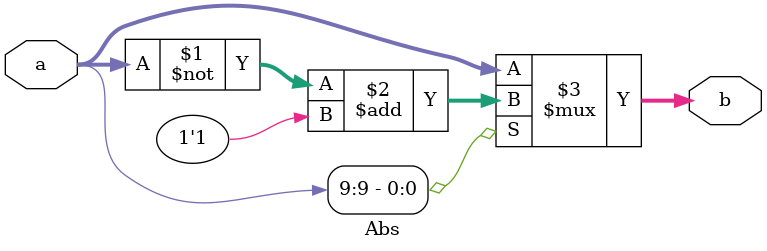
<source format=v>

module Abs 
#(parameter WIDTH=10)
(a, b);

input [WIDTH-1:0] a;
output [WIDTH-1:0] b;

assign b = a[WIDTH-1]?(~a + 1'b1):a;

endmodule 
</source>
